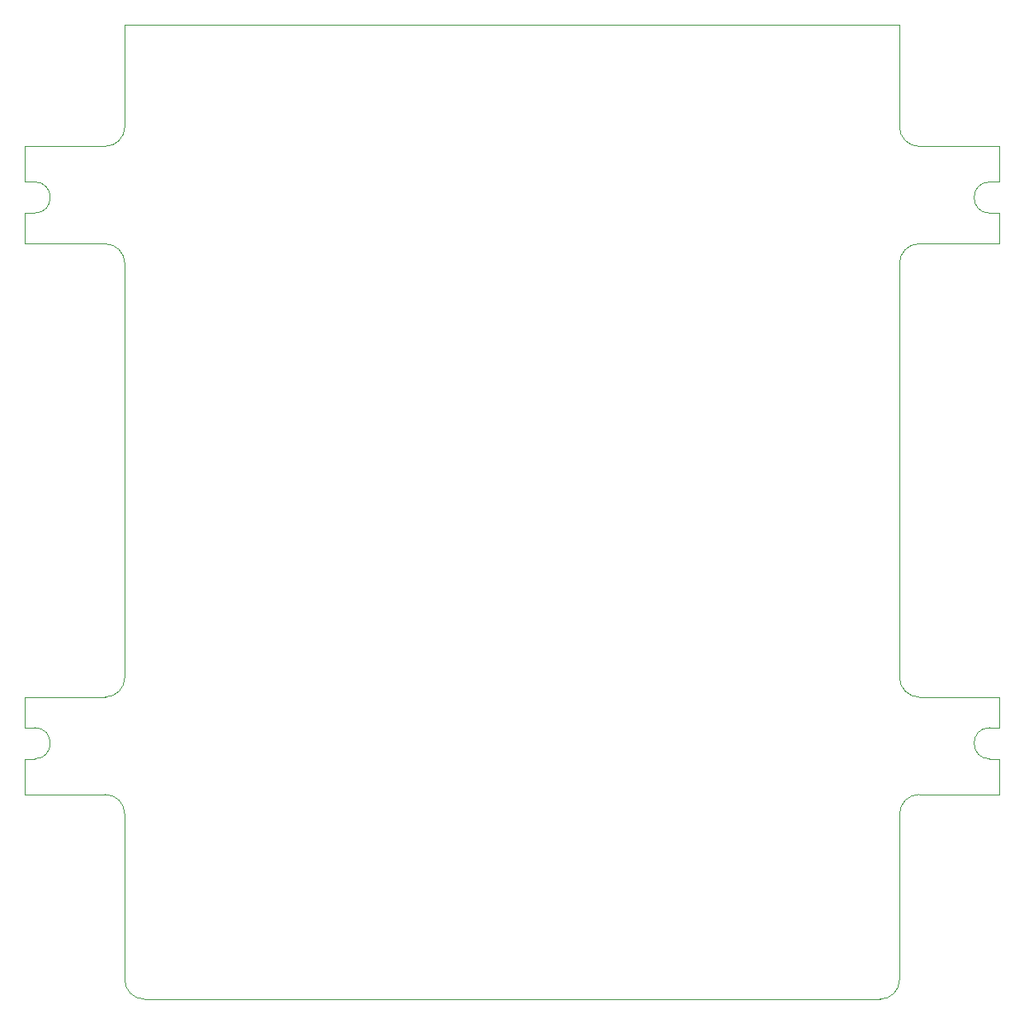
<source format=gko>
G04 Layer: BoardOutlineLayer*
G04 EasyEDA Pro v2.2.28.1, 2024-09-11 15:41:32*
G04 Gerber Generator version 0.3*
G04 Scale: 100 percent, Rotated: No, Reflected: No*
G04 Dimensions in millimeters*
G04 Leading zeros omitted, absolute positions, 3 integers and 5 decimals*
%FSLAX35Y35*%
%MOMM*%
%ADD10C,0.1*%
G75*


G04 PolygonModel Start*
G54D10*
G01X-3975249Y-8097250D02*
G01X-3975249Y-9797246D01*
G01X-4175248Y-6897252D02*
G03X-3975249Y-6697253I0J200000D01*
G01X4175248Y-7897250D02*
G03X3975249Y-8097250I0J-200000D01*
G01X4999990Y-1246750D02*
G01X4175248Y-1246750D01*
G01X4999990Y-7897250D02*
G01X4999990Y-7531994D01*
G01X-4999990Y-1932005D02*
G01X-4999990Y-2246748D01*
G01X3775249Y-9997246D02*
G03X3975249Y-9797246I0J200000D01*
G01X-3975249Y-9797246D02*
G03X-3775249Y-9997246I200000J0D01*
G01X3975249Y-9797246D02*
G01X3975249Y-8097250D01*
G01X-3975249Y-8097250D02*
G03X-4175248Y-7897250I-200000J0D01*
G01X4899990Y-1612006D02*
G03X4899990Y-1932005I0J-160000D01*
G01X4999990Y-7531994D02*
G01X4899990Y-7531994D01*
G01X-3975249Y-2446747D02*
G01X-3975249Y-6697253D01*
G01X-3975249Y2734D02*
G01X-3975249Y-1046750D01*
G01X-4999990Y-7897250D02*
G01X-4175248Y-7897250D01*
G01X-3775249Y-9997246D02*
G01X3775249Y-9997246D01*
G01X4999990Y-2246748D02*
G01X4999990Y-1932005D01*
G01X3975249Y-6697253D02*
G01X3975249Y-2446747D01*
G01X3975249Y-1046750D02*
G03X4175248Y-1246750I200000J0D01*
G01X4899990Y-7211995D02*
G01X4999990Y-7211995D01*
G01X4899990Y-1612006D02*
G01X4999990Y-1612006D01*
G01X4999990Y-1932005D02*
G01X4899990Y-1932005D01*
G01X-4999990Y-7531994D02*
G01X-4999990Y-7897250D01*
G01X-4899990Y-7531994D02*
G03X-4899990Y-7211995I-0J160000D01*
G01X-4999990Y-1246750D02*
G01X-4999990Y-1612006D01*
G01X3975249Y-1046750D02*
G01X3975249Y2734D01*
G01X-4899990Y-7531994D02*
G01X-4999990Y-7531994D01*
G01X4175248Y-7897250D02*
G01X4999990Y-7897250D01*
G01X-3975249Y-2446747D02*
G03X-4175248Y-2246748I-200000J0D01*
G01X-4999990Y-2246748D02*
G01X-4175248Y-2246748D01*
G01X-4175248Y-6897252D02*
G01X-4999990Y-6897252D01*
G01X-4999990Y-7211995D02*
G01X-4899990Y-7211995D01*
G01X4999990Y-7211995D02*
G01X4999990Y-6897252D01*
G01X3975249Y2734D02*
G01X-3975249Y2734D01*
G01X4999990Y-1612006D02*
G01X4999990Y-1246750D01*
G01X4175248Y-2246748D02*
G01X4999990Y-2246748D01*
G01X-4175248Y-1246750D02*
G01X-4999990Y-1246750D01*
G01X-4999990Y-1612006D02*
G01X-4899990Y-1612006D01*
G01X-4999990Y-6897252D02*
G01X-4999990Y-7211995D01*
G01X-4175248Y-1246750D02*
G03X-3975249Y-1046750I0J200000D01*
G01X4899990Y-7211995D02*
G03X4899990Y-7531994I0J-160000D01*
G01X-4899990Y-1932005D02*
G01X-4999990Y-1932005D01*
G01X3975249Y-6697253D02*
G03X4175248Y-6897252I200000J0D01*
G01X4999990Y-6897252D02*
G01X4175248Y-6897252D01*
G01X4175248Y-2246748D02*
G03X3975249Y-2446747I0J-200000D01*
G01X-4899990Y-1932005D02*
G03X-4899990Y-1612006I-0J160000D01*
G01X-3975249Y-8097250D02*
G01X-3975249Y-9797246D01*
G01X4999990Y-1612006D02*
G01X4999990Y-1246750D01*
G01X4175248Y-1246750D01*
G01X4175248Y-7897250D02*
G01X4999990Y-7897250D01*
G01X4999990Y-7531994D01*
G01X4899990Y-7531994D01*
G01X-4899990Y-1932005D02*
G01X-4999990Y-1932005D01*
G01X-4999990Y-2246748D01*
G01X-4175248Y-2246748D01*
G01X3975249Y-9797246D02*
G01X3975249Y-8097250D01*
G01X-3975249Y-2446747D02*
G01X-3975249Y-6697253D01*
G01X3975249Y2734D02*
G01X-3975249Y2734D01*
G01X-3975249Y-1046750D01*
G01X-4899990Y-7531994D02*
G01X-4999990Y-7531994D01*
G01X-4999990Y-7897250D01*
G01X-4175248Y-7897250D01*
G01X-3775249Y-9997246D02*
G01X3775249Y-9997246D01*
G01X4175248Y-2246748D02*
G01X4999990Y-2246748D01*
G01X4999990Y-1932005D01*
G01X4899990Y-1932005D01*
G01X3975249Y-6697253D02*
G01X3975249Y-2446747D01*
G01X4899990Y-7211995D02*
G01X4999990Y-7211995D01*
G01X4999990Y-6897252D01*
G01X4175248Y-6897252D01*
G01X4899990Y-1612006D02*
G01X4999990Y-1612006D01*
G01X-4175248Y-1246750D02*
G01X-4999990Y-1246750D01*
G01X-4999990Y-1612006D01*
G01X-4899990Y-1612006D01*
G01X3975249Y-1046750D02*
G01X3975249Y2734D01*
G01X-4175248Y-6897252D02*
G01X-4999990Y-6897252D01*
G01X-4999990Y-7211995D01*
G01X-4999990Y-7211995D02*
G01X-4899990Y-7211995D01*

M02*


</source>
